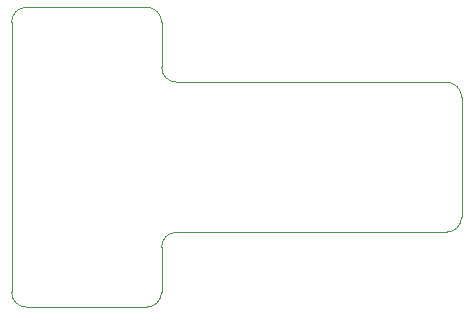
<source format=gbr>
%TF.GenerationSoftware,KiCad,Pcbnew,5.1.6-c6e7f7d~87~ubuntu18.04.1*%
%TF.CreationDate,2020-10-02T11:27:22-04:00*%
%TF.ProjectId,avrisp-pogopin-adapter,61767269-7370-42d7-906f-676f70696e2d,rev?*%
%TF.SameCoordinates,Original*%
%TF.FileFunction,Profile,NP*%
%FSLAX46Y46*%
G04 Gerber Fmt 4.6, Leading zero omitted, Abs format (unit mm)*
G04 Created by KiCad (PCBNEW 5.1.6-c6e7f7d~87~ubuntu18.04.1) date 2020-10-02 11:27:22*
%MOMM*%
%LPD*%
G01*
G04 APERTURE LIST*
%TA.AperFunction,Profile*%
%ADD10C,0.050000*%
%TD*%
G04 APERTURE END LIST*
D10*
X129540000Y-68580000D02*
X119380000Y-68580000D01*
X130810000Y-73660000D02*
X130810000Y-69850000D01*
X154940000Y-74930000D02*
X132080000Y-74930000D01*
X156210000Y-86360000D02*
X156210000Y-76200000D01*
X132080000Y-87630000D02*
X154940000Y-87630000D01*
X130810000Y-92710000D02*
X130810000Y-88900000D01*
X119380000Y-93980000D02*
X129540000Y-93980000D01*
X118110000Y-69850000D02*
X118110000Y-92710000D01*
X129540000Y-68580000D02*
G75*
G02*
X130810000Y-69850000I0J-1270000D01*
G01*
X156210000Y-86360000D02*
G75*
G02*
X154940000Y-87630000I-1270000J0D01*
G01*
X154940000Y-74930000D02*
G75*
G02*
X156210000Y-76200000I0J-1270000D01*
G01*
X132080000Y-74930000D02*
G75*
G02*
X130810000Y-73660000I0J1270000D01*
G01*
X130810000Y-88900000D02*
G75*
G02*
X132080000Y-87630000I1270000J0D01*
G01*
X130810000Y-92710000D02*
G75*
G02*
X129540000Y-93980000I-1270000J0D01*
G01*
X119380000Y-93980000D02*
G75*
G02*
X118110000Y-92710000I0J1270000D01*
G01*
X118110000Y-69850000D02*
G75*
G02*
X119380000Y-68580000I1270000J0D01*
G01*
M02*

</source>
